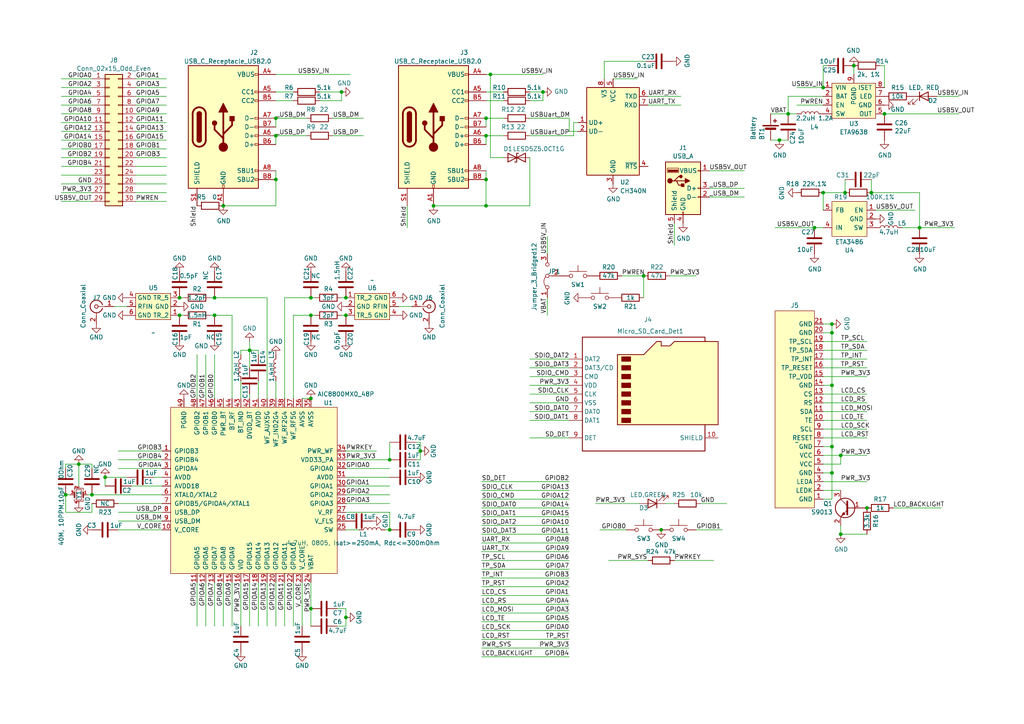
<source format=kicad_sch>
(kicad_sch (version 20230121) (generator eeschema)
  (paper "A4")
  (lib_symbols
    (symbol "Connector:Conn_Coaxial" (pin_names (offset 1.016) hide)
      (property "Reference" "J" (at 0.254 3.048 0))
      (property "Value" "Conn_Coaxial" (at 2.921 0 90))
      (symbol "Conn_Coaxial_1_1"
        (pin passive line (at -5.08 0 0) (length 2.54) (name "In") (number "1"))
        (pin passive line (at 0 -5.08 90) (length 2.54) (name "Ext") (number "2"))
      )
    )
    (symbol "Connector:Micro_SD_Card_Det1"
      (property "Reference" "J" (at -16.51 17.78 0))
      (property "Value" "Micro_SD_Card_Det1" (at 16.51 17.78 0))
      (symbol "Micro_SD_Card_Det1_1_1"
        (pin bidirectional line (at -22.86 10.16 0) (length 3.81) (name "DAT2") (number "1"))
        (pin passive line (at 20.32 -12.7 180) (length 3.81) (name "SHIELD") (number "10"))
        (pin bidirectional line (at -22.86 7.62 0) (length 3.81) (name "DAT3/CD") (number "2"))
        (pin input line (at -22.86 5.08 0) (length 3.81) (name "CMD") (number "3"))
        (pin power_in line (at -22.86 2.54 0) (length 3.81) (name "VDD") (number "4"))
        (pin input line (at -22.86 0 0) (length 3.81) (name "CLK") (number "5"))
        (pin power_in line (at -22.86 -2.54 0) (length 3.81) (name "VSS") (number "6"))
        (pin bidirectional line (at -22.86 -5.08 0) (length 3.81) (name "DAT0") (number "7"))
        (pin bidirectional line (at -22.86 -7.62 0) (length 3.81) (name "DAT1") (number "8"))
        (pin passive line (at -22.86 -12.7 0) (length 3.81) (name "DET") (number "9"))
      )
    )
    (symbol "Connector:USB_A" (pin_names (offset 1.016))
      (property "Reference" "J" (at -5.08 11.43 0))
      (property "Value" "USB_A" (at -5.08 8.89 0))
      (symbol "USB_A_1_1"
        (pin power_in line (at 7.62 5.08 180) (length 2.54) (name "VBUS") (number "1"))
        (pin bidirectional line (at 7.62 -2.54 180) (length 2.54) (name "D-") (number "2"))
        (pin bidirectional line (at 7.62 0 180) (length 2.54) (name "D+") (number "3"))
        (pin power_in line (at 0 -10.16 90) (length 2.54) (name "GND") (number "4"))
        (pin passive line (at -2.54 -10.16 90) (length 2.54) (name "Shield") (number "5"))
      )
    )
    (symbol "Connector:USB_C_Receptacle_USB2.0" (pin_names (offset 1.016))
      (property "Reference" "J" (at -10.16 19.05 0))
      (property "Value" "USB_C_Receptacle_USB2.0" (at 19.05 19.05 0))
      (symbol "USB_C_Receptacle_USB2.0_1_1"
        (pin passive line (at 0 -22.86 90) (length 5.08) (name "GND") (number "A1"))
        (pin passive line (at 0 -22.86 90) (length 5.08) hide (name "GND") (number "A12"))
        (pin passive line (at 15.24 15.24 180) (length 5.08) (name "VBUS") (number "A4"))
        (pin bidirectional line (at 15.24 10.16 180) (length 5.08) (name "CC1") (number "A5"))
        (pin bidirectional line (at 15.24 -2.54 180) (length 5.08) (name "D+") (number "A6"))
        (pin bidirectional line (at 15.24 2.54 180) (length 5.08) (name "D-") (number "A7"))
        (pin bidirectional line (at 15.24 -12.7 180) (length 5.08) (name "SBU1") (number "A8"))
        (pin passive line (at 15.24 15.24 180) (length 5.08) hide (name "VBUS") (number "A9"))
        (pin passive line (at 0 -22.86 90) (length 5.08) hide (name "GND") (number "B1"))
        (pin passive line (at 0 -22.86 90) (length 5.08) hide (name "GND") (number "B12"))
        (pin passive line (at 15.24 15.24 180) (length 5.08) hide (name "VBUS") (number "B4"))
        (pin bidirectional line (at 15.24 7.62 180) (length 5.08) (name "CC2") (number "B5"))
        (pin bidirectional line (at 15.24 -5.08 180) (length 5.08) (name "D+") (number "B6"))
        (pin bidirectional line (at 15.24 0 180) (length 5.08) (name "D-") (number "B7"))
        (pin bidirectional line (at 15.24 -15.24 180) (length 5.08) (name "SBU2") (number "B8"))
        (pin passive line (at 15.24 15.24 180) (length 5.08) hide (name "VBUS") (number "B9"))
        (pin passive line (at -7.62 -22.86 90) (length 5.08) (name "SHIELD") (number "S1"))
      )
    )
    (symbol "Connector_Generic:Conn_02x15_Odd_Even" (pin_names (offset 1.016) hide)
      (property "Reference" "J" (at 1.27 20.32 0))
      (property "Value" "Conn_02x15_Odd_Even" (at 1.27 -20.32 0))
      (symbol "Conn_02x15_Odd_Even_1_1"
        (pin passive line (at -5.08 17.78 0) (length 3.81) (name "Pin_1") (number "1"))
        (pin passive line (at 7.62 7.62 180) (length 3.81) (name "Pin_10") (number "10"))
        (pin passive line (at -5.08 5.08 0) (length 3.81) (name "Pin_11") (number "11"))
        (pin passive line (at 7.62 5.08 180) (length 3.81) (name "Pin_12") (number "12"))
        (pin passive line (at -5.08 2.54 0) (length 3.81) (name "Pin_13") (number "13"))
        (pin passive line (at 7.62 2.54 180) (length 3.81) (name "Pin_14") (number "14"))
        (pin passive line (at -5.08 0 0) (length 3.81) (name "Pin_15") (number "15"))
        (pin passive line (at 7.62 0 180) (length 3.81) (name "Pin_16") (number "16"))
        (pin passive line (at -5.08 -2.54 0) (length 3.81) (name "Pin_17") (number "17"))
        (pin passive line (at 7.62 -2.54 180) (length 3.81) (name "Pin_18") (number "18"))
        (pin passive line (at -5.08 -5.08 0) (length 3.81) (name "Pin_19") (number "19"))
        (pin passive line (at 7.62 17.78 180) (length 3.81) (name "Pin_2") (number "2"))
        (pin passive line (at 7.62 -5.08 180) (length 3.81) (name "Pin_20") (number "20"))
        (pin passive line (at -5.08 -7.62 0) (length 3.81) (name "Pin_21") (number "21"))
        (pin passive line (at 7.62 -7.62 180) (length 3.81) (name "Pin_22") (number "22"))
        (pin passive line (at -5.08 -10.16 0) (length 3.81) (name "Pin_23") (number "23"))
        (pin passive line (at 7.62 -10.16 180) (length 3.81) (name "Pin_24") (number "24"))
        (pin passive line (at -5.08 -12.7 0) (length 3.81) (name "Pin_25") (number "25"))
        (pin passive line (at 7.62 -12.7 180) (length 3.81) (name "Pin_26") (number "26"))
        (pin passive line (at -5.08 -15.24 0) (length 3.81) (name "Pin_27") (number "27"))
        (pin passive line (at 7.62 -15.24 180) (length 3.81) (name "Pin_28") (number "28"))
        (pin passive line (at -5.08 -17.78 0) (length 3.81) (name "Pin_29") (number "29"))
        (pin passive line (at -5.08 15.24 0) (length 3.81) (name "Pin_3") (number "3"))
        (pin passive line (at 7.62 -17.78 180) (length 3.81) (name "Pin_30") (number "30"))
        (pin passive line (at 7.62 15.24 180) (length 3.81) (name "Pin_4") (number "4"))
        (pin passive line (at -5.08 12.7 0) (length 3.81) (name "Pin_5") (number "5"))
        (pin passive line (at 7.62 12.7 180) (length 3.81) (name "Pin_6") (number "6"))
        (pin passive line (at -5.08 10.16 0) (length 3.81) (name "Pin_7") (number "7"))
        (pin passive line (at 7.62 10.16 180) (length 3.81) (name "Pin_8") (number "8"))
        (pin passive line (at -5.08 7.62 0) (length 3.81) (name "Pin_9") (number "9"))
      )
    )
    (symbol "Device:Battery_Cell" (pin_numbers hide) (pin_names (offset 0) hide)
      (property "Reference" "BT" (at 2.54 2.54 0))
      (property "Value" "Battery_Cell" (at 2.54 0 0))
      (symbol "Battery_Cell_1_1"
        (pin passive line (at 0 5.08 270) (length 2.54) (name "+") (number "1"))
        (pin passive line (at 0 -2.54 90) (length 2.54) (name "-") (number "2"))
      )
    )
    (symbol "Device:C" (pin_numbers hide) (pin_names (offset 0.254))
      (property "Reference" "C" (at 0.635 2.54 0))
      (property "Value" "C" (at 0.635 -2.54 0))
      (symbol "C_1_1"
        (pin passive line (at 0 3.81 270) (length 2.794) (name "~") (number "1"))
        (pin passive line (at 0 -3.81 90) (length 2.794) (name "~") (number "2"))
      )
    )
    (symbol "Device:Crystal_GND24_Small" (pin_names (offset 1.016) hide)
      (property "Reference" "Y" (at 1.27 4.445 0))
      (property "Value" "Crystal_GND24_Small" (at 1.27 2.54 0))
      (symbol "Crystal_GND24_Small_1_1"
        (pin passive line (at -2.54 0 0) (length 1.27) (name "1") (number "1"))
        (pin passive line (at 0 -2.54 90) (length 0.635) (name "2") (number "2"))
        (pin passive line (at 2.54 0 180) (length 1.27) (name "3") (number "3"))
        (pin passive line (at 0 2.54 270) (length 0.635) (name "4") (number "4"))
      )
    )
    (symbol "Device:D_TVS" (pin_numbers hide) (pin_names (offset 1.016) hide)
      (property "Reference" "D" (at 0 2.54 0))
      (property "Value" "D_TVS" (at 0 -2.54 0))
      (symbol "D_TVS_1_1"
        (pin passive line (at -3.81 0 0) (length 2.54) (name "A1") (number "1"))
        (pin passive line (at 3.81 0 180) (length 2.54) (name "A2") (number "2"))
      )
    )
    (symbol "Device:L" (pin_numbers hide) (pin_names (offset 1.016) hide)
      (property "Reference" "L" (at -1.27 0 90))
      (property "Value" "L" (at 1.905 0 90))
      (symbol "L_1_1"
        (pin passive line (at 0 3.81 270) (length 1.27) (name "1") (number "1"))
        (pin passive line (at 0 -3.81 90) (length 1.27) (name "2") (number "2"))
      )
    )
    (symbol "Device:LED" (pin_numbers hide) (pin_names (offset 1.016) hide)
      (property "Reference" "D" (at 0 2.54 0))
      (property "Value" "LED" (at 0 -2.54 0))
      (symbol "LED_1_1"
        (pin passive line (at -3.81 0 0) (length 2.54) (name "K") (number "1"))
        (pin passive line (at 3.81 0 180) (length 2.54) (name "A") (number "2"))
      )
    )
    (symbol "Device:Q_NPN_BEC" (pin_names (offset 0) hide)
      (property "Reference" "Q" (at 5.08 1.27 0))
      (property "Value" "Q_NPN_BEC" (at 5.08 -1.27 0))
      (symbol "Q_NPN_BEC_1_1"
        (pin input line (at -5.08 0 0) (length 5.715) (name "B") (number "1"))
        (pin passive line (at 2.54 -5.08 90) (length 2.54) (name "E") (number "2"))
        (pin passive line (at 2.54 5.08 270) (length 2.54) (name "C") (number "3"))
      )
    )
    (symbol "Device:R" (pin_numbers hide) (pin_names (offset 0))
      (property "Reference" "R" (at 2.032 0 90))
      (property "Value" "R" (at 0 0 90))
      (symbol "R_1_1"
        (pin passive line (at 0 3.81 270) (length 1.27) (name "~") (number "1"))
        (pin passive line (at 0 -3.81 90) (length 1.27) (name "~") (number "2"))
      )
    )
    (symbol "Jumper:Jumper_3_Bridged12" (pin_names (offset 0) hide)
      (property "Reference" "JP" (at -2.54 -2.54 0))
      (property "Value" "Jumper_3_Bridged12" (at 0 2.794 0))
      (symbol "Jumper_3_Bridged12_1_1"
        (pin passive line (at -6.35 0 0) (length 2.54) (name "A") (number "1"))
        (pin passive line (at 0 -3.81 90) (length 2.54) (name "C") (number "2"))
        (pin passive line (at 6.35 0 180) (length 2.54) (name "B") (number "3"))
      )
    )
    (symbol "Switch:SW_Push" (pin_numbers hide) (pin_names (offset 1.016) hide)
      (property "Reference" "SW" (at 1.27 2.54 0))
      (property "Value" "SW_Push" (at 0 -1.524 0))
      (symbol "SW_Push_0_1"
        (pin passive line (at -5.08 0 0) (length 2.54) (name "1") (number "1"))
        (pin passive line (at 5.08 0 180) (length 2.54) (name "2") (number "2"))
      )
    )
    (symbol "VSF:2.4G_5G_RF_Duplexer"
      (property "Reference" "U" (at 0 5.08 0))
      (symbol "2.4G_5G_RF_Duplexer_1_1"
        (pin bidirectional line (at -7.62 2.54 0) (length 2.54) (name "TR_2") (number "1"))
        (pin power_in line (at -7.62 0 0) (length 2.54) (name "GND") (number "2"))
        (pin bidirectional line (at -7.62 -2.54 0) (length 2.54) (name "TR_5") (number "3"))
        (pin power_in line (at 7.62 -2.54 180) (length 2.54) (name "GND") (number "4"))
        (pin bidirectional line (at 7.62 0 180) (length 2.54) (name "RFIN") (number "5"))
        (pin power_in line (at 7.62 2.54 180) (length 2.54) (name "GND") (number "6"))
      )
    )
    (symbol "VSF:AIC8800MX0_48P" (pin_names (offset 1.016))
      (property "Reference" "U" (at 19.05 26.67 0))
      (property "Value" "AIC8800MX0_48P" (at 25.4 -25.4 0))
      (symbol "AIC8800MX0_48P_1_1"
        (pin bidirectional line (at -26.67 11.43 0) (length 2.54) (name "GPIOB3") (number "1"))
        (pin power_in line (at -26.67 -11.43 0) (length 2.54) (name "V_CORE") (number "10"))
        (pin bidirectional line (at -16.51 -26.67 90) (length 2.54) (name "GPIOA5") (number "11"))
        (pin bidirectional line (at -13.97 -26.67 90) (length 2.54) (name "GPIOA6") (number "12"))
        (pin bidirectional line (at -11.43 -26.67 90) (length 2.54) (name "GPIOA7") (number "13"))
        (pin input line (at -8.89 -26.67 90) (length 2.54) (name "GPIOA8") (number "14"))
        (pin bidirectional line (at -6.35 -26.67 90) (length 2.54) (name "GPIOA9") (number "15"))
        (pin power_in line (at -3.81 -26.67 90) (length 2.54) (name "VIO") (number "16"))
        (pin bidirectional line (at -1.27 -26.67 90) (length 2.54) (name "GPIOA15") (number "17"))
        (pin bidirectional line (at 1.27 -26.67 90) (length 2.54) (name "GPIOA14") (number "18"))
        (pin bidirectional line (at 3.81 -26.67 90) (length 2.54) (name "GPIOA13") (number "19"))
        (pin bidirectional line (at -26.67 8.89 0) (length 2.54) (name "GPIOB4") (number "2"))
        (pin bidirectional line (at 6.35 -26.67 90) (length 2.54) (name "GPIOA12") (number "20"))
        (pin bidirectional line (at 8.89 -26.67 90) (length 2.54) (name "GPIOA11") (number "21"))
        (pin bidirectional line (at 11.43 -26.67 90) (length 2.54) (name "GPIOA10") (number "22"))
        (pin power_in line (at 13.97 -26.67 90) (length 2.54) (name "V_CORE") (number "23"))
        (pin power_in line (at 16.51 -26.67 90) (length 2.54) (name "VBAT") (number "24"))
        (pin power_out line (at 26.67 -11.43 180) (length 2.54) (name "SW") (number "25"))
        (pin power_out line (at 26.67 -8.89 180) (length 2.54) (name "V_FLS") (number "26"))
        (pin power_in line (at 26.67 -6.35 180) (length 2.54) (name "V_RF") (number "27"))
        (pin bidirectional line (at 26.67 -3.81 180) (length 2.54) (name "GPIOA3") (number "28"))
        (pin bidirectional line (at 26.67 -1.27 180) (length 2.54) (name "GPIOA2") (number "29"))
        (pin bidirectional line (at -26.67 6.35 0) (length 2.54) (name "GPIOA4") (number "3"))
        (pin bidirectional line (at 26.67 1.27 180) (length 2.54) (name "GPIOA1") (number "30"))
        (pin power_in line (at 26.67 3.81 180) (length 2.54) (name "AVDD") (number "31"))
        (pin bidirectional line (at 26.67 6.35 180) (length 2.54) (name "GPIOA0") (number "32"))
        (pin power_in line (at 26.67 8.89 180) (length 2.54) (name "VDD33_PA") (number "33"))
        (pin input line (at 26.67 11.43 180) (length 2.54) (name "PWR_WF") (number "34"))
        (pin power_in line (at 16.51 26.67 270) (length 2.54) (name "AVSS") (number "35"))
        (pin power_in line (at 13.97 26.67 270) (length 2.54) (name "AVSS") (number "36"))
        (pin bidirectional line (at 11.43 26.67 270) (length 2.54) (name "WF_RF5G") (number "37"))
        (pin bidirectional line (at 8.89 26.67 270) (length 2.54) (name "WF_RF2G4") (number "38"))
        (pin bidirectional line (at 6.35 26.67 270) (length 2.54) (name "WF_IND2G4") (number "39"))
        (pin power_in line (at -26.67 3.81 0) (length 2.54) (name "AVDD") (number "4"))
        (pin input line (at 3.81 26.67 270) (length 2.54) (name "WF_AUX5G") (number "40"))
        (pin power_in line (at 1.27 26.67 270) (length 2.54) (name "AVDD") (number "41"))
        (pin power_in line (at -1.27 26.67 270) (length 2.54) (name "DVDD_BT") (number "42"))
        (pin bidirectional line (at -3.81 26.67 270) (length 2.54) (name "BT_IND") (number "43"))
        (pin bidirectional line (at -6.35 26.67 270) (length 2.54) (name "BT_RF") (number "44"))
        (pin input line (at -8.89 26.67 270) (length 2.54) (name "PWR_BT") (number "45"))
        (pin bidirectional line (at -11.43 26.67 270) (length 2.54) (name "GPIOB0") (number "46"))
        (pin bidirectional line (at -13.97 26.67 270) (length 2.54) (name "GPIOB1") (number "47"))
        (pin bidirectional line (at -16.51 26.67 270) (length 2.54) (name "GPIOB2") (number "48"))
        (pin power_in line (at -20.32 26.67 270) (length 2.54) (name "PGND") (number "49"))
        (pin power_in line (at -26.67 1.27 0) (length 2.54) (name "AVDD18") (number "5"))
        (pin bidirectional line (at -26.67 -1.27 0) (length 2.54) (name "XTAL0/XTAL2") (number "6"))
        (pin bidirectional line (at -26.67 -3.81 0) (length 2.54) (name "GPIOB5/GPIOA4/XTAL1") (number "7"))
        (pin bidirectional line (at -26.67 -6.35 0) (length 2.54) (name "USB_DP") (number "8"))
        (pin bidirectional line (at -26.67 -8.89 0) (length 2.54) (name "USB_DM") (number "9"))
      )
    )
    (symbol "VSF:CH340N"
      (property "Reference" "U" (at -6.985 13.97 0))
      (property "Value" "CH340N" (at 5.08 13.97 0))
      (symbol "CH340N_1_1"
        (pin bidirectional line (at -10.16 2.54 0) (length 2.54) (name "UD+") (number "1"))
        (pin bidirectional line (at -10.16 0 0) (length 2.54) (name "UD-") (number "2"))
        (pin power_in line (at 0 -15.24 90) (length 2.54) (name "GND") (number "3"))
        (pin output line (at 10.16 -10.16 180) (length 2.54) (name "~{RTS}") (number "4"))
        (pin power_in line (at 0 15.24 270) (length 2.54) (name "VCC") (number "5"))
        (pin output line (at 10.16 10.16 180) (length 2.54) (name "TXD") (number "6"))
        (pin input line (at 10.16 7.62 180) (length 2.54) (name "RXD") (number "7"))
        (pin passive line (at -2.54 15.24 270) (length 2.54) (name "V3") (number "8"))
      )
    )
    (symbol "VSF:ETA3486" (pin_names (offset 1.016))
      (property "Reference" "U4" (at 0 10.16 0))
      (property "Value" "ETA3486" (at 0 7.62 0))
      (symbol "ETA3486_1_1"
        (pin input line (at -7.62 2.54 0) (length 2.54) (name "EN") (number "1"))
        (pin power_in line (at -7.62 0 0) (length 2.54) (name "GND") (number "2"))
        (pin power_out line (at -7.62 -2.54 0) (length 2.54) (name "SW") (number "3"))
        (pin power_in line (at 7.62 -2.54 180) (length 2.54) (name "IN") (number "4"))
        (pin input line (at 7.62 2.54 180) (length 2.54) (name "FB") (number "5"))
      )
    )
    (symbol "VSF:ETA9638" (pin_names (offset 1.016))
      (property "Reference" "U" (at -5.08 6.35 0))
      (property "Value" "ETA9638" (at 3.81 -6.35 0))
      (symbol "ETA9638_1_1"
        (pin power_in line (at -8.89 3.81 0) (length 2.54) (name "VIN") (number "1"))
        (pin bidirectional line (at -8.89 1.27 0) (length 2.54) (name "BAT") (number "2"))
        (pin bidirectional line (at -8.89 -1.27 0) (length 2.54) (name "EN") (number "3"))
        (pin bidirectional line (at -8.89 -3.81 0) (length 2.54) (name "SW") (number "4"))
        (pin bidirectional line (at 8.89 -3.81 180) (length 2.54) (name "OUT") (number "5"))
        (pin power_in line (at 8.89 -1.27 180) (length 2.54) (name "GND") (number "6"))
        (pin bidirectional line (at 8.89 1.27 180) (length 2.54) (name "LED") (number "7"))
        (pin bidirectional line (at 8.89 3.81 180) (length 2.54) (name "ISET") (number "8"))
        (pin power_in line (at 0 7.62 270) (length 2.54) (name "PGND") (number "9"))
      )
    )
    (symbol "VSF:HXR20062C21"
      (property "Reference" "J" (at -6.35 30.48 0))
      (symbol "HXR20062C21_1_1"
        (pin input line (at 2.54 -25.4 180) (length 2.54) (name "GND") (number "1"))
        (pin input line (at 2.54 -2.54 180) (length 2.54) (name "TE") (number "10"))
        (pin input line (at 2.54 0 180) (length 2.54) (name "SDA") (number "11"))
        (pin input line (at 2.54 2.54 180) (length 2.54) (name "RS") (number "12"))
        (pin input line (at 2.54 5.08 180) (length 2.54) (name "CS") (number "13"))
        (pin input line (at 2.54 7.62 180) (length 2.54) (name "GND") (number "14"))
        (pin input line (at 2.54 10.16 180) (length 2.54) (name "TP_VDD") (number "15"))
        (pin input line (at 2.54 12.7 180) (length 2.54) (name "TP_RESET") (number "16"))
        (pin input line (at 2.54 15.24 180) (length 2.54) (name "TP_INT") (number "17"))
        (pin input line (at 2.54 17.78 180) (length 2.54) (name "TP_SDA") (number "18"))
        (pin input line (at 2.54 20.32 180) (length 2.54) (name "TP_SCL") (number "19"))
        (pin input line (at 2.54 -22.86 180) (length 2.54) (name "LEDK") (number "2"))
        (pin input line (at 2.54 22.86 180) (length 2.54) (name "GND") (number "20"))
        (pin input line (at 2.54 25.4 180) (length 2.54) (name "GND") (number "21"))
        (pin input line (at 2.54 -20.32 180) (length 2.54) (name "LEDA") (number "3"))
        (pin input line (at 2.54 -17.78 180) (length 2.54) (name "GND") (number "4"))
        (pin input line (at 2.54 -15.24 180) (length 2.54) (name "VCC") (number "5"))
        (pin input line (at 2.54 -12.7 180) (length 2.54) (name "VCC") (number "6"))
        (pin input line (at 2.54 -10.16 180) (length 2.54) (name "GND") (number "7"))
        (pin input line (at 2.54 -7.62 180) (length 2.54) (name "RESET") (number "8"))
        (pin input line (at 2.54 -5.08 180) (length 2.54) (name "SCL") (number "9"))
      )
    )
    (symbol "power:GND" (power) (pin_names (offset 0))
      (property "Value" "GND" (at 0 -3.81 0))
      (symbol "GND_1_1"
        (pin power_in line (at 0 0 270) (length 0) hide (name "GND") (number "1"))
      )
    )
  )
  (junction (at 241.3 137.16))
  (junction (at 121.92 130.81))
  (junction (at 22.86 134.62))
  (junction (at 241.3 96.52))
  (junction (at 236.22 66.04))
  (junction (at 140.97 39.37))
  (junction (at 52.07 86.36))
  (junction (at 238.76 25.4))
  (junction (at 241.3 129.54))
  (junction (at 191.77 153.67))
  (junction (at 125.73 59.69))
  (junction (at 90.17 86.36))
  (junction (at 243.84 132.08))
  (junction (at 243.84 154.94))
  (junction (at 226.06 40.64))
  (junction (at 251.46 147.32))
  (junction (at 90.17 91.44))
  (junction (at 72.39 101.6))
  (junction (at 247.65 19.05))
  (junction (at 80.01 39.37))
  (junction (at 241.3 111.76))
  (junction (at 80.01 34.29))
  (junction (at 90.17 115.57))
  (junction (at 62.23 91.44))
  (junction (at 100.33 86.36))
  (junction (at 140.97 34.29))
  (junction (at 113.03 133.35))
  (junction (at 245.11 55.88))
  (junction (at 140.97 52.07))
  (junction (at 228.6 33.02))
  (junction (at 52.07 91.44))
  (junction (at 62.23 86.36))
  (junction (at 238.76 55.88))
  (junction (at 99.06 26.67))
  (junction (at 252.73 55.88))
  (junction (at 266.7 66.04))
  (junction (at 30.48 138.43))
  (junction (at 90.17 176.53))
  (junction (at 100.33 91.44))
  (junction (at 157.48 26.67))
  (junction (at 142.24 21.59))
  (junction (at 256.54 33.02))
  (junction (at 100.33 179.07))
  (junction (at 26.67 143.51))
  (junction (at 241.3 93.98))
  (junction (at 80.01 52.07))
  (junction (at 113.03 153.67))
  (junction (at 140.97 59.69))
  (junction (at 19.05 143.51))
  (junction (at 64.77 59.69))
  (junction (at 186.69 80.01))
  (wire (pts (xy 223.52 40.64) (xy 226.06 40.64)))
  (wire (pts (xy 238.76 25.4) (xy 238.76 19.05)))
  (wire (pts (xy 266.7 66.04) (xy 276.86 66.04)))
  (wire (pts (xy 252.73 52.07) (xy 252.73 55.88)))
  (wire (pts (xy 187.96 27.94) (xy 197.485 27.94)))
  (wire (pts (xy 39.37 48.26) (xy 48.26 48.26)))
  (wire (pts (xy 82.55 86.36) (xy 90.17 86.36)))
  (wire (pts (xy 139.7 144.78) (xy 165.1 144.78)))
  (wire (pts (xy 36.83 138.43) (xy 30.48 138.43)))
  (wire (pts (xy 17.78 33.02) (xy 26.67 33.02)))
  (wire (pts (xy 17.78 22.86) (xy 26.67 22.86)))
  (wire (pts (xy 238.76 99.06) (xy 251.46 99.06)))
  (wire (pts (xy 52.07 91.44) (xy 53.34 91.44)))
  (wire (pts (xy 223.52 33.02) (xy 228.6 33.02)))
  (wire (pts (xy 153.67 26.67) (xy 157.48 26.67)))
  (wire (pts (xy 153.67 119.38) (xy 165.1 119.38)))
  (wire (pts (xy 39.37 55.88) (xy 48.26 55.88)))
  (wire (pts (xy 60.96 91.44) (xy 62.23 91.44)))
  (wire (pts (xy 121.92 128.27) (xy 120.65 128.27)))
  (wire (pts (xy 17.78 58.42) (xy 26.67 58.42)))
  (wire (pts (xy 238.76 119.38) (xy 251.46 119.38)))
  (wire (pts (xy 238.76 101.6) (xy 251.46 101.6)))
  (wire (pts (xy 74.93 102.87) (xy 74.93 101.6)))
  (wire (pts (xy 69.85 102.87) (xy 69.85 101.6)))
  (wire (pts (xy 186.69 80.01) (xy 186.69 86.36)))
  (wire (pts (xy 85.09 26.67) (xy 80.01 26.67)))
  (wire (pts (xy 17.78 35.56) (xy 26.67 35.56)))
  (wire (pts (xy 64.77 59.69) (xy 80.01 59.69)))
  (wire (pts (xy 228.6 27.94) (xy 228.6 33.02)))
  (wire (pts (xy 80.01 39.37) (xy 88.9 39.37)))
  (wire (pts (xy 165.1 38.1) (xy 167.64 38.1)))
  (wire (pts (xy 139.7 185.42) (xy 165.1 185.42)))
  (wire (pts (xy 266.7 55.88) (xy 266.7 66.04)))
  (wire (pts (xy 153.67 114.3) (xy 165.1 114.3)))
  (wire (pts (xy 69.85 101.6) (xy 72.39 101.6)))
  (wire (pts (xy 139.7 175.26) (xy 165.1 175.26)))
  (wire (pts (xy 57.15 168.91) (xy 57.15 181.61)))
  (wire (pts (xy 177.8 22.86) (xy 184.785 22.86)))
  (wire (pts (xy 96.52 34.29) (xy 105.41 34.29)))
  (wire (pts (xy 238.76 19.05) (xy 240.03 19.05)))
  (wire (pts (xy 19.05 143.51) (xy 20.32 143.51)))
  (wire (pts (xy 80.01 168.91) (xy 80.01 181.61)))
  (wire (pts (xy 139.7 157.48) (xy 165.1 157.48)))
  (wire (pts (xy 140.97 34.29) (xy 140.97 36.83)))
  (wire (pts (xy 17.78 27.94) (xy 26.67 27.94)))
  (wire (pts (xy 121.92 130.81) (xy 121.92 128.27)))
  (wire (pts (xy 153.67 111.76) (xy 165.1 111.76)))
  (wire (pts (xy 17.78 40.64) (xy 26.67 40.64)))
  (wire (pts (xy 241.3 93.98) (xy 241.3 96.52)))
  (wire (pts (xy 99.06 29.21) (xy 99.06 26.67)))
  (wire (pts (xy 17.78 48.26) (xy 26.67 48.26)))
  (wire (pts (xy 153.67 39.37) (xy 166.37 39.37)))
  (wire (pts (xy 67.31 168.91) (xy 67.31 181.61)))
  (wire (pts (xy 139.7 177.8) (xy 165.1 177.8)))
  (wire (pts (xy 231.14 25.4) (xy 238.76 25.4)))
  (wire (pts (xy 100.33 91.44) (xy 99.06 91.44)))
  (wire (pts (xy 34.29 148.59) (xy 46.99 148.59)))
  (wire (pts (xy 72.39 114.3) (xy 72.39 115.57)))
  (wire (pts (xy 80.01 41.91) (xy 80.01 39.37)))
  (wire (pts (xy 80.01 110.49) (xy 80.01 115.57)))
  (wire (pts (xy 146.05 26.67) (xy 140.97 26.67)))
  (wire (pts (xy 251.46 154.94) (xy 243.84 154.94)))
  (wire (pts (xy 176.53 162.56) (xy 187.96 162.56)))
  (wire (pts (xy 271.78 27.94) (xy 278.13 27.94)))
  (wire (pts (xy 238.76 142.24) (xy 243.84 142.24)))
  (wire (pts (xy 228.6 33.02) (xy 231.14 33.02)))
  (wire (pts (xy 140.97 52.07) (xy 140.97 59.69)))
  (wire (pts (xy 238.76 104.14) (xy 251.46 104.14)))
  (wire (pts (xy 19.05 135.89) (xy 19.05 134.62)))
  (wire (pts (xy 62.23 168.91) (xy 62.23 181.61)))
  (wire (pts (xy 39.37 35.56) (xy 48.26 35.56)))
  (wire (pts (xy 153.67 45.72) (xy 153.67 59.69)))
  (wire (pts (xy 238.76 55.88) (xy 245.11 55.88)))
  (wire (pts (xy 140.97 49.53) (xy 140.97 52.07)))
  (wire (pts (xy 100.33 146.05) (xy 113.03 146.05)))
  (wire (pts (xy 22.86 134.62) (xy 22.86 140.97)))
  (wire (pts (xy 139.7 139.7) (xy 165.1 139.7)))
  (wire (pts (xy 17.78 45.72) (xy 26.67 45.72)))
  (wire (pts (xy 166.37 39.37) (xy 166.37 35.56)))
  (wire (pts (xy 153.67 116.84) (xy 165.1 116.84)))
  (wire (pts (xy 97.79 181.61) (xy 100.33 181.61)))
  (wire (pts (xy 194.31 80.01) (xy 201.93 80.01)))
  (wire (pts (xy 153.67 106.68) (xy 165.1 106.68)))
  (wire (pts (xy 238.76 132.08) (xy 243.84 132.08)))
  (wire (pts (xy 238.76 106.68) (xy 251.46 106.68)))
  (wire (pts (xy 85.09 91.44) (xy 90.17 91.44)))
  (wire (pts (xy 241.3 129.54) (xy 241.3 111.76)))
  (wire (pts (xy 99.06 86.36) (xy 100.33 86.36)))
  (wire (pts (xy 139.7 149.86) (xy 165.1 149.86)))
  (wire (pts (xy 17.78 25.4) (xy 26.67 25.4)))
  (wire (pts (xy 92.71 29.21) (xy 99.06 29.21)))
  (wire (pts (xy 139.7 167.64) (xy 165.1 167.64)))
  (wire (pts (xy 157.48 29.21) (xy 157.48 26.67)))
  (wire (pts (xy 82.55 115.57) (xy 82.55 86.36)))
  (wire (pts (xy 72.39 101.6) (xy 72.39 99.06)))
  (wire (pts (xy 100.33 179.07) (xy 100.33 176.53)))
  (wire (pts (xy 238.76 137.16) (xy 241.3 137.16)))
  (wire (pts (xy 34.29 135.89) (xy 46.99 135.89)))
  (wire (pts (xy 238.76 144.78) (xy 241.3 144.78)))
  (wire (pts (xy 231.14 30.48) (xy 238.76 30.48)))
  (wire (pts (xy 100.33 135.89) (xy 113.03 135.89)))
  (wire (pts (xy 87.63 168.91) (xy 87.63 181.61)))
  (wire (pts (xy 139.7 180.34) (xy 165.1 180.34)))
  (wire (pts (xy 172.72 146.05) (xy 185.42 146.05)))
  (wire (pts (xy 153.67 127) (xy 165.1 127)))
  (wire (pts (xy 142.24 21.59) (xy 157.48 21.59)))
  (wire (pts (xy 17.78 30.48) (xy 26.67 30.48)))
  (wire (pts (xy 25.4 143.51) (xy 26.67 143.51)))
  (wire (pts (xy 39.37 33.02) (xy 48.26 33.02)))
  (wire (pts (xy 205.74 49.53) (xy 215.9 49.53)))
  (wire (pts (xy 115.57 88.9) (xy 119.38 88.9)))
  (wire (pts (xy 19.05 148.59) (xy 26.67 148.59)))
  (wire (pts (xy 33.02 88.9) (xy 36.83 88.9)))
  (wire (pts (xy 64.77 168.91) (xy 64.77 181.61)))
  (wire (pts (xy 241.3 111.76) (xy 238.76 111.76)))
  (wire (pts (xy 139.7 172.72) (xy 165.1 172.72)))
  (wire (pts (xy 92.71 26.67) (xy 99.06 26.67)))
  (wire (pts (xy 158.75 86.36) (xy 158.75 91.44)))
  (wire (pts (xy 100.33 148.59) (xy 113.03 148.59)))
  (wire (pts (xy 80.01 34.29) (xy 88.9 34.29)))
  (wire (pts (xy 90.17 91.44) (xy 91.44 91.44)))
  (wire (pts (xy 38.1 140.97) (xy 46.99 140.97)))
  (wire (pts (xy 85.09 115.57) (xy 85.09 91.44)))
  (wire (pts (xy 256.54 25.4) (xy 256.54 19.05)))
  (wire (pts (xy 236.22 66.04) (xy 238.76 66.04)))
  (wire (pts (xy 17.78 43.18) (xy 26.67 43.18)))
  (wire (pts (xy 139.7 147.32) (xy 165.1 147.32)))
  (wire (pts (xy 39.37 27.94) (xy 48.26 27.94)))
  (wire (pts (xy 238.76 93.98) (xy 241.3 93.98)))
  (wire (pts (xy 52.07 86.36) (xy 53.34 86.36)))
  (wire (pts (xy 238.76 127) (xy 251.46 127)))
  (wire (pts (xy 175.26 17.78) (xy 175.26 22.86)))
  (wire (pts (xy 241.3 137.16) (xy 241.3 129.54)))
  (wire (pts (xy 153.67 59.69) (xy 140.97 59.69)))
  (wire (pts (xy 121.92 133.35) (xy 120.65 133.35)))
  (wire (pts (xy 241.3 111.76) (xy 241.3 96.52)))
  (wire (pts (xy 142.24 45.72) (xy 142.24 21.59)))
  (wire (pts (xy 113.03 148.59) (xy 113.03 153.67)))
  (wire (pts (xy 125.73 59.69) (xy 140.97 59.69)))
  (wire (pts (xy 195.58 162.56) (xy 207.01 162.56)))
  (wire (pts (xy 59.69 102.87) (xy 59.69 115.57)))
  (wire (pts (xy 226.06 40.64) (xy 228.6 40.64)))
  (wire (pts (xy 34.29 153.67) (xy 46.99 153.67)))
  (wire (pts (xy 85.09 29.21) (xy 80.01 29.21)))
  (wire (pts (xy 201.93 153.67) (xy 209.55 153.67)))
  (wire (pts (xy 77.47 86.36) (xy 62.23 86.36)))
  (wire (pts (xy 90.17 86.36) (xy 91.44 86.36)))
  (wire (pts (xy 241.3 96.52) (xy 238.76 96.52)))
  (wire (pts (xy 140.97 39.37) (xy 140.97 41.91)))
  (wire (pts (xy 39.37 58.42) (xy 48.26 58.42)))
  (wire (pts (xy 69.85 168.91) (xy 69.85 181.61)))
  (wire (pts (xy 80.01 36.83) (xy 80.01 34.29)))
  (wire (pts (xy 238.76 109.22) (xy 251.46 109.22)))
  (wire (pts (xy 158.75 68.58) (xy 158.75 73.66)))
  (wire (pts (xy 139.7 190.5) (xy 165.1 190.5)))
  (wire (pts (xy 82.55 168.91) (xy 82.55 181.61)))
  (wire (pts (xy 153.67 29.21) (xy 157.48 29.21)))
  (wire (pts (xy 238.76 114.3) (xy 251.46 114.3)))
  (wire (pts (xy 34.29 130.81) (xy 46.99 130.81)))
  (wire (pts (xy 139.7 165.1) (xy 165.1 165.1)))
  (wire (pts (xy 245.11 52.07) (xy 245.11 55.88)))
  (wire (pts (xy 247.65 19.05) (xy 247.65 21.59)))
  (wire (pts (xy 205.74 54.61) (xy 215.9 54.61)))
  (wire (pts (xy 60.96 86.36) (xy 62.23 86.36)))
  (wire (pts (xy 80.01 52.07) (xy 80.01 59.69)))
  (wire (pts (xy 30.48 138.43) (xy 30.48 140.97)))
  (wire (pts (xy 90.17 176.53) (xy 90.17 181.61)))
  (wire (pts (xy 17.78 55.88) (xy 26.67 55.88)))
  (wire (pts (xy 17.78 53.34) (xy 26.67 53.34)))
  (wire (pts (xy 39.37 45.72) (xy 48.26 45.72)))
  (wire (pts (xy 17.78 50.8) (xy 26.67 50.8)))
  (wire (pts (xy 85.09 168.91) (xy 85.09 181.61)))
  (wire (pts (xy 175.26 17.78) (xy 187.325 17.78)))
  (wire (pts (xy 139.7 160.02) (xy 165.1 160.02)))
  (wire (pts (xy 146.05 29.21) (xy 140.97 29.21)))
  (wire (pts (xy 153.67 121.92) (xy 165.1 121.92)))
  (wire (pts (xy 26.67 143.51) (xy 46.99 143.51)))
  (wire (pts (xy 87.63 115.57) (xy 90.17 115.57)))
  (wire (pts (xy 100.33 143.51) (xy 113.03 143.51)))
  (wire (pts (xy 113.03 128.27) (xy 113.03 133.35)))
  (wire (pts (xy 118.11 59.69) (xy 118.11 66.04)))
  (wire (pts (xy 224.79 66.04) (xy 236.22 66.04)))
  (wire (pts (xy 254 60.96) (xy 265.43 60.96)))
  (wire (pts (xy 238.76 134.62) (xy 243.84 134.62)))
  (wire (pts (xy 252.73 55.88) (xy 266.7 55.88)))
  (wire (pts (xy 62.23 102.87) (xy 62.23 115.57)))
  (wire (pts (xy 238.76 129.54) (xy 241.3 129.54)))
  (wire (pts (xy 203.2 146.05) (xy 210.82 146.05)))
  (wire (pts (xy 256.54 33.02) (xy 278.13 33.02)))
  (wire (pts (xy 165.1 34.29) (xy 165.1 38.1)))
  (wire (pts (xy 139.7 182.88) (xy 165.1 182.88)))
  (wire (pts (xy 90.17 168.91) (xy 90.17 176.53)))
  (wire (pts (xy 173.99 153.67) (xy 181.61 153.67)))
  (wire (pts (xy 39.37 53.34) (xy 48.26 53.34)))
  (wire (pts (xy 121.92 130.81) (xy 121.92 133.35)))
  (wire (pts (xy 238.76 27.94) (xy 228.6 27.94)))
  (wire (pts (xy 139.7 142.24) (xy 165.1 142.24)))
  (wire (pts (xy 241.3 144.78) (xy 241.3 137.16)))
  (wire (pts (xy 39.37 38.1) (xy 48.26 38.1)))
  (wire (pts (xy 74.93 101.6) (xy 72.39 101.6)))
  (wire (pts (xy 243.84 152.4) (xy 243.84 154.94)))
  (wire (pts (xy 111.76 153.67) (xy 113.03 153.67)))
  (wire (pts (xy 139.7 152.4) (xy 165.1 152.4)))
  (wire (pts (xy 59.69 168.91) (xy 59.69 181.61)))
  (wire (pts (xy 39.37 40.64) (xy 48.26 40.64)))
  (wire (pts (xy 100.33 138.43) (xy 113.03 138.43)))
  (wire (pts (xy 100.33 153.67) (xy 104.14 153.67)))
  (wire (pts (xy 39.37 43.18) (xy 48.26 43.18)))
  (wire (pts (xy 195.58 64.77) (xy 195.58 71.12)))
  (wire (pts (xy 19.05 143.51) (xy 19.05 148.59)))
  (wire (pts (xy 238.76 116.84) (xy 251.46 116.84)))
  (wire (pts (xy 139.7 154.94) (xy 165.1 154.94)))
  (wire (pts (xy 62.23 91.44) (xy 67.31 91.44)))
  (wire (pts (xy 39.37 50.8) (xy 48.26 50.8)))
  (wire (pts (xy 34.29 151.13) (xy 46.99 151.13)))
  (wire (pts (xy 259.08 147.32) (xy 273.05 147.32)))
  (wire (pts (xy 72.39 168.91) (xy 72.39 181.61)))
  (wire (pts (xy 100.33 130.81) (xy 109.22 130.81)))
  (wire (pts (xy 80.01 21.59) (xy 101.6 21.59)))
  (wire (pts (xy 100.33 140.97) (xy 113.03 140.97)))
  (wire (pts (xy 39.37 25.4) (xy 48.26 25.4)))
  (wire (pts (xy 139.7 162.56) (xy 165.1 162.56)))
  (wire (pts (xy 96.52 39.37) (xy 105.41 39.37)))
  (wire (pts (xy 153.67 104.14) (xy 165.1 104.14)))
  (wire (pts (xy 146.05 39.37) (xy 140.97 39.37)))
  (wire (pts (xy 72.39 101.6) (xy 72.39 106.68)))
  (wire (pts (xy 255.27 19.05) (xy 256.54 19.05)))
  (wire (pts (xy 34.29 146.05) (xy 46.99 146.05)))
  (wire (pts (xy 39.37 30.48) (xy 48.26 30.48)))
  (wire (pts (xy 26.67 135.89) (xy 26.67 134.62)))
  (wire (pts (xy 142.24 45.72) (xy 146.05 45.72)))
  (wire (pts (xy 243.84 132.08) (xy 243.84 134.62)))
  (wire (pts (xy 238.76 124.46) (xy 251.46 124.46)))
  (wire (pts (xy 187.96 30.48) (xy 197.485 30.48)))
  (wire (pts (xy 139.7 187.96) (xy 165.1 187.96)))
  (wire (pts (xy 238.76 139.7) (xy 251.46 139.7)))
  (wire (pts (xy 238.76 55.88) (xy 238.76 60.96)))
  (wire (pts (xy 139.7 170.18) (xy 165.1 170.18)))
  (wire (pts (xy 140.97 21.59) (xy 142.24 21.59)))
  (wire (pts (xy 77.47 115.57) (xy 77.47 86.36)))
  (wire (pts (xy 100.33 181.61) (xy 100.33 179.07)))
  (wire (pts (xy 34.29 133.35) (xy 46.99 133.35)))
  (wire (pts (xy 77.47 168.91) (xy 77.47 181.61)))
  (wire (pts (xy 97.79 176.53) (xy 100.33 176.53)))
  (wire (pts (xy 80.01 49.53) (xy 80.01 52.07)))
  (wire (pts (xy 153.67 34.29) (xy 165.1 34.29)))
  (wire (pts (xy 26.67 148.59) (xy 26.67 146.05)))
  (wire (pts (xy 74.93 168.91) (xy 74.93 181.61)))
  (wire (pts (xy 180.34 80.01) (xy 186.69 80.01)))
  (wire (pts (xy 166.37 35.56) (xy 167.64 35.56)))
  (wire (pts (xy 100.33 133.35) (xy 113.03 133.35)))
  (wire (pts (xy 69.85 110.49) (xy 69.85 115.57)))
  (wire (pts (xy 195.58 146.05) (xy 193.04 146.05)))
  (wire (pts (xy 57.15 102.87) (xy 57.15 115.57)))
  (wire (pts (xy 74.93 110.49) (xy 74.93 115.57)))
  (wire (pts (xy 67.31 115.57) (xy 67.31 91.44)))
  (wire (pts (xy 17.78 38.1) (xy 26.67 38.1)))
  (wire (pts (xy 44.45 138.43) (xy 46.99 138.43)))
  (wire (pts (xy 205.74 57.15) (xy 215.9 57.15)))
  (wire (pts (xy 243.84 132.08) (xy 251.46 132.08)))
  (wire (pts (xy 153.67 109.22) (xy 165.1 109.22)))
  (wire (pts (xy 26.67 134.62) (xy 22.86 134.62)))
  (wire (pts (xy 19.05 134.62) (xy 22.86 134.62)))
  (wire (pts (xy 140.97 34.29) (xy 146.05 34.29)))
  (wire (pts (xy 261.62 66.04) (xy 266.7 66.04)))
  (wire (pts (xy 238.76 121.92) (xy 251.46 121.92)))
  (wire (pts (xy 39.37 22.86) (xy 48.26 22.86)))
  (label "USB5V_IN" (at 151.13 21.59 0))
  (label "GND" (at 165.1 116.84 180))
  (label "USB_DP" (at 96.52 39.37 0))
  (label "_USB_DP" (at 205.74 54.61 0))
  (label "GPIOA3" (at 100.33 146.05 0))
  (label "GPIOB2" (at 26.67 45.72 180))
  (label "GPIOB4" (at 46.99 133.35 180))
  (label "USB5V_OUT" (at 254 60.96 0))
  (label "SDIO_DAT2" (at 165.1 104.14 180))
  (label "LCD_MOSI" (at 139.7 177.8 0))
  (label "PWREN" (at 39.37 58.42 0))
  (label "GPIOA2" (at 100.33 143.51 0))
  (label "GPIOA11" (at 82.55 168.91 270))
  (label "SDIO_CLK" (at 139.7 142.24 0))
  (label "SDIO_CLK" (at 165.1 114.3 180))
  (label "GPIOA1" (at 165.1 172.72 180))
  (label "GPIOA7" (at 39.37 30.48 0))
  (label "GPIOA3" (at 39.37 25.4 0))
  (label "GPIOA9" (at 165.1 160.02 180))
  (label "PWR_3V3" (at 243.84 132.08 0))
  (label "LCD_RST" (at 139.7 185.42 0))
  (label "TP_SCL" (at 139.7 162.56 0))
  (label "GPIOA11" (at 165.1 154.94 180))
  (label "UART_RX" (at 139.7 157.48 0))
  (label "PWR_3V3" (at 26.67 55.88 180))
  (label "USB5V_IN" (at 177.8 22.86 0))
  (label "PWR_3V3" (at 243.84 109.22 0))
  (label "GPIOB0" (at 62.23 115.57 90))
  (label "GPIOA8" (at 26.67 33.02 180))
  (label "LCD_SCK" (at 139.7 182.88 0))
  (label "PWR_SYS" (at 179.07 162.56 0))
  (label "GPIOA1" (at 39.37 22.86 0))
  (label "SDIO_DAT1" (at 165.1 121.92 180))
  (label "GPIOA14" (at 26.67 40.64 180))
  (label "VBAT" (at 223.52 33.02 0))
  (label "PWREN" (at 238.76 30.48 180))
  (label "GPIOA15" (at 165.1 149.86 180))
  (label "GPIOA9" (at 67.31 168.91 270))
  (label "GPIOB1" (at 59.69 115.57 90))
  (label "GND" (at 26.67 53.34 180))
  (label "PWR_SYS" (at 90.17 168.91 270))
  (label "GPIOA10" (at 26.67 35.56 180))
  (label "LCD_TE" (at 243.84 121.92 0))
  (label "GPIOA3" (at 165.1 177.8 180))
  (label "UART_TX" (at 187.96 30.48 0))
  (label "LCD_MOSI" (at 243.84 119.38 0))
  (label "GPIOB1" (at 201.93 153.67 0))
  (label "TP_INT" (at 139.7 167.64 0))
  (label "GPIOA2" (at 26.67 25.4 180))
  (label "USB5V_OUT" (at 271.78 33.02 0))
  (label "USB_DM" (at 46.99 151.13 180))
  (label "_USB_DP" (at 80.01 39.37 0))
  (label "PWR_SYS" (at 139.7 187.96 0))
  (label "Shield" (at 57.15 59.69 270))
  (label "USBUart_DM" (at 153.67 34.29 0))
  (label "SDIO_DAT1" (at 139.7 149.86 0))
  (label "GPIOA12" (at 80.01 168.91 270))
  (label "GPIOB4" (at 165.1 190.5 180))
  (label "GPIOA10" (at 85.09 168.91 270))
  (label "GPIOB1" (at 39.37 43.18 0))
  (label "UART_RX" (at 187.96 27.94 0))
  (label "GPIOA4" (at 165.1 175.26 180))
  (label "USB5V_OUT" (at 205.74 49.53 0))
  (label "SDIO_DAT2" (at 139.7 152.4 0))
  (label "PWR_3V3" (at 172.72 146.05 0))
  (label "USB5V_OUT" (at 26.67 58.42 180))
  (label "PWR_3V3" (at 100.33 133.35 0))
  (label "GPIOB2" (at 57.15 115.57 90))
  (label "V_CORE" (at 87.63 168.91 270))
  (label "SDIO_DAT3" (at 165.1 106.68 180))
  (label "LCD_BACKLIGHT" (at 139.7 190.5 0))
  (label "GPIOA11" (at 39.37 35.56 0))
  (label "PWR_3V3" (at 194.31 80.01 0))
  (label "GPIOA4" (at 26.67 27.94 180))
  (label "_USB_DM" (at 80.01 34.29 0))
  (label "GPIOA6" (at 26.67 30.48 180))
  (label "PWR_3V3" (at 69.85 168.91 270))
  (label "LCD_RS" (at 243.84 116.84 0))
  (label "GPIOA15" (at 39.37 40.64 0))
  (label "TP_SCL" (at 243.84 99.06 0))
  (label "Shield" (at 118.11 59.69 270))
  (label "GPIOA4" (at 46.99 135.89 180))
  (label "TP_SDA" (at 139.7 165.1 0))
  (label "SDIO_CMD" (at 139.7 144.78 0))
  (label "PWR_3V3" (at 165.1 187.96 180))
  (label "GPIOB0" (at 26.67 43.18 180))
  (label "USB5V_IN" (at 158.75 73.66 90))
  (label "GPIOA10" (at 165.1 152.4 180))
  (label "LCD_SCK" (at 243.84 124.46 0))
  (label "SD_DET" (at 139.7 139.7 0))
  (label "USB5V_IN" (at 238.76 25.4 180))
  (label "GPIOA13" (at 39.37 38.1 0))
  (label "GPIOA5" (at 165.1 180.34 180))
  (label "SD_DET" (at 165.1 127 180))
  (label "GPIOA8" (at 165.1 157.48 180))
  (label "GPIOB3" (at 165.1 167.64 180))
  (label "GPIOA7" (at 165.1 165.1 180))
  (label "GPIOA15" (at 72.39 168.91 270))
  (label "USB5V_IN" (at 271.78 27.94 0))
  (label "GPIOB3" (at 46.99 130.81 180))
  (label "GPIOA5" (at 39.37 27.94 0))
  (label "GPIOA12" (at 165.1 144.78 180))
  (label "GPIOA9" (at 39.37 33.02 0))
  (label "V_CORE" (at 46.99 153.67 180))
  (label "LCD_CS" (at 139.7 172.72 0))
  (label "SDIO_DAT0" (at 139.7 147.32 0))
  (label "TP_RST" (at 165.1 185.42 180))
  (label "SDIO_DAT0" (at 165.1 119.38 180))
  (label "PWRKEY" (at 195.58 162.56 0))
  (label "GPIOA1" (at 100.33 140.97 0))
  (label "GPIOA6" (at 165.1 162.56 180))
  (label "GPIOA7" (at 62.23 168.91 270))
  (label "GPIOA13" (at 165.1 142.24 180))
  (label "GPIOB2" (at 165.1 139.7 180))
  (label "GND" (at 203.2 146.05 0))
  (label "GPIOA6" (at 59.69 168.91 270))
  (label "TP_RST" (at 139.7 170.18 0))
  (label "PWR_3V3" (at 267.97 66.04 0))
  (label "GPIOA14" (at 165.1 147.32 180))
  (label "LCD_BACKLIGHT" (at 259.08 147.32 0))
  (label "TP_SDA" (at 243.84 101.6 0))
  (label "TP_RST" (at 243.84 106.68 0))
  (label "Shield" (at 195.58 64.77 270))
  (label "USBUart_DP" (at 153.67 39.37 0))
  (label "GPIOB4" (at 26.67 48.26 180))
  (label "USB5V_OUT" (at 236.22 66.04 180))
  (label "PWRKEY" (at 100.33 130.81 0))
  (label "GPIOA12" (at 26.67 38.1 180))
  (label "PWREN" (at 180.34 80.01 0))
  (label "USB_DP" (at 46.99 148.59 180))
  (label "VBAT" (at 158.75 86.36 270))
  (label "GPIOA0" (at 26.67 22.86 180))
  (label "SDIO_DAT3" (at 139.7 154.94 0))
  (label "GPIOA0" (at 100.33 135.89 0))
  (label "PWR_3V3" (at 243.84 139.7 0))
  (label "USB5V_IN" (at 86.36 21.59 0))
  (label "GPIOA2" (at 165.1 170.18 180))
  (label "_USB_DM" (at 205.74 57.15 0))
  (label "SDIO_CMD" (at 165.1 109.22 180))
  (label "LCD_CS" (at 243.84 114.3 0))
  (label "USB_DM" (at 96.52 34.29 0))
  (label "TP_INT" (at 243.84 104.14 0))
  (label "GPIOA14" (at 74.93 168.91 270))
  (label "GPIOB0" (at 181.61 153.67 180))
  (label "GPIOA8" (at 64.77 168.91 270))
  (label "GPIOA0" (at 165.1 182.88 180))
  (label "GPIOA13" (at 77.47 168.91 270))
  (label "UART_TX" (at 139.7 160.02 0))
  (label "GPIOA5" (at 57.15 168.91 270))
  (label "LCD_RST" (at 243.84 127 0))
  (label "LCD_RS" (at 139.7 175.26 0))
  (label "PWR_3V3" (at 165.1 111.76 180))
  (label "GPIOB3" (at 39.37 45.72 0))
  (label "LCD_TE" (at 139.7 180.34 0))
  (symbol (lib_id "Device:C") (at 100.33 82.55 0) (unit 1)
    (property "Reference" "C22" (at 101.6 81.28 90) (effects (justify left)))
    (property "Value" "1.5nH" (at 97.79 81.28 90) (effects (justify left)))
    (property "Footprint" "Capacitor_SMD:C_0402_1005Metric" (effects hide))
  )
  (symbol (lib_id "Connector:USB_A") (at 198.12 54.61 0) (unit 1)
    (property "Reference" "J1" (at 198.12 42.8457 0))
    (property "Value" "USB_A" (at 198.12 45.2699 0))
    (property "Footprint" "VSF:USB-A-8.5_DOWN3.4" (effects hide))
    (property "Datasheet" " ~" (effects hide))
  )
  (symbol (lib_id "Device:L") (at 69.85 106.68 180) (unit 1)
    (property "Reference" "L2" (at 68.58 102.87 90))
    (property "Value" "1.2nH" (at 68.58 107.95 90))
    (property "Footprint" "Inductor_SMD:L_0402_1005Metric" (effects hide))
  )
  (symbol (lib_id "Device:L") (at 80.01 106.68 180) (unit 1)
    (property "Reference" "L3" (at 78.74 102.87 90))
    (property "Value" "1.4nH" (at 78.74 107.95 90))
    (property "Footprint" "Inductor_SMD:L_0402_1005Metric" (effects hide))
  )
  (symbol (lib_id "Switch:SW_Push") (at 173.99 86.36 0) (unit 1)
    (property "Reference" "SW2" (at 173.99 88.9 0))
    (property "Value" "SW_Push" (effects hide))
    (property "Footprint" "VSF:JHA004" (effects hide))
  )
  (symbol (lib_id "Device:R") (at 88.9 26.67 270) (unit 1)
    (property "Reference" "R6" (at 83.82 25.4 90))
    (property "Value" "5.1k" (at 93.98 25.4 90))
    (property "Footprint" "Resistor_SMD:R_0402_1005Metric" (effects hide))
  )
  (symbol (lib_id "Device:C") (at 116.84 153.67 270) (unit 1)
    (property "Reference" "C9" (at 120.65 154.94 90) (effects (justify right)))
    (property "Value" "4.7uF" (at 120.65 149.86 90) (effects (justify right)))
    (property "Footprint" "Capacitor_SMD:C_0402_1005Metric" (effects hide))
  )
  (symbol (lib_id "power:GND") (at 80.01 102.87 180) (unit 1)
    (property "Reference" "#PWR018" (effects hide))
    (property "Value" "GND" (at 80.01 99.06 0))
  )
  (symbol (lib_id "VSF:ETA9638") (at 247.65 29.21 0) (unit 1)
    (property "Reference" "U3" (at 247.65 35.8831 0))
    (property "Value" "ETA9638" (at 247.65 38.3073 0))
    (property "Footprint" "Package_SO:HSOP-8-1EP_3.9x4.9mm_P1.27mm_EP2.41x3.1mm_ThermalVias" (effects hide))
  )
  (symbol (lib_id "power:GND") (at 241.3 93.98 90) (unit 1)
    (property "Reference" "#PWR051" (effects hide))
    (property "Value" "GND" (at 245.6942 93.853 0))
  )
  (symbol (lib_id "Device:R") (at 251.46 151.13 0) (unit 1)
    (property "Reference" "R16" (at 254 151.13 90))
    (property "Value" "3.3k" (at 251.46 151.13 90))
    (property "Footprint" "Resistor_SMD:R_0402_1005Metric" (effects hide))
  )
  (symbol (lib_id "Switch:SW_Push") (at 186.69 153.67 0) (unit 1)
    (property "Reference" "SW3" (at 186.69 156.21 0))
    (property "Value" "SW_Push" (effects hide))
    (property "Footprint" "VSF:JHA004" (effects hide))
  )
  (symbol (lib_id "Device:C") (at 191.135 17.78 90) (unit 1)
    (property "Reference" "C23" (at 187.96 16.51 90))
    (property "Value" "0.1uF" (at 187.325 19.05 90))
    (property "Footprint" "Capacitor_SMD:C_0402_1005Metric" (effects hide))
  )
  (symbol (lib_id "power:GND") (at 256.54 40.64 0) (unit 1)
    (property "Reference" "#PWR033" (effects hide))
    (property "Value" "GND" (at 256.667 45.0342 0))
  )
  (symbol (lib_id "power:GND") (at 100.33 78.74 180) (unit 1)
    (property "Reference" "#PWR022" (effects hide))
    (property "Value" "GND" (at 100.33 74.93 0))
  )
  (symbol (lib_id "power:GND") (at 247.65 19.05 180) (unit 1)
    (property "Reference" "#PWR031" (effects hide))
    (property "Value" "GND" (at 247.523 14.6558 0))
  )
  (symbol (lib_id "VSF:ETA3486") (at 246.38 63.5 0) (mirror y) (unit 1)
    (property "Reference" "U4" (at 246.38 72.5973 0))
    (property "Value" "ETA3486" (at 246.38 70.1731 0))
    (property "Footprint" "Package_TO_SOT_SMD:SOT-23-5" (effects hide))
  )
  (symbol (lib_id "power:GND") (at 177.8 53.34 0) (unit 1)
    (property "Reference" "#PWR028" (effects hide))
    (property "Value" "GND" (at 177.927 57.7342 0))
  )
  (symbol (lib_id "Device:C") (at 90.17 82.55 0) (unit 1)
    (property "Reference" "C21" (at 88.9 81.28 90) (effects (justify left)))
    (property "Value" "NC" (at 90.17 80.01 0) (effects (justify left)))
    (property "Footprint" "Capacitor_SMD:C_0402_1005Metric" (effects hide))
  )
  (symbol (lib_id "Connector:Conn_Coaxial") (at 27.94 88.9 0) (mirror y) (unit 1)
    (property "Reference" "J7" (at 29.21 86.36 0) (effects (justify left)))
    (property "Value" "Conn_Coaxial" (at 24.13 95.25 90) (effects (justify left)))
    (property "Footprint" "Connector_Coaxial:U.FL_Molex_MCRF_73412-0110_Vertical" (effects hide))
    (property "Datasheet" " ~" (effects hide))
  )
  (symbol (lib_id "Device:C") (at 40.64 138.43 270) (unit 1)
    (property "Reference" "C1" (at 44.45 139.7 90) (effects (justify right)))
    (property "Value" "1uF" (at 45.72 137.16 90) (effects (justify right)))
    (property "Footprint" "Capacitor_SMD:C_0402_1005Metric" (effects hide))
  )
  (symbol (lib_id "Device:R") (at 199.39 146.05 270) (unit 1)
    (property "Reference" "R25" (at 196.85 143.51 90))
    (property "Value" "10k" (at 201.93 143.51 90))
    (property "Footprint" "Resistor_SMD:R_0402_1005Metric" (effects hide))
  )
  (symbol (lib_id "Device:R") (at 95.25 86.36 270) (unit 1)
    (property "Reference" "R4" (at 95.25 83.82 90))
    (property "Value" "3pF" (at 95.25 86.36 90))
    (property "Footprint" "Resistor_SMD:R_0402_1005Metric" (effects hide))
  )
  (symbol (lib_id "power:GND") (at 256.54 30.48 90) (unit 1)
    (property "Reference" "#PWR032" (effects hide))
    (property "Value" "GND" (at 260.35 31.75 90))
  )
  (symbol (lib_id "power:GND") (at 120.65 153.67 90) (unit 1)
    (property "Reference" "#PWR09" (effects hide))
    (property "Value" "GND" (at 124.46 153.67 0))
  )
  (symbol (lib_id "power:GND") (at 69.85 189.23 0) (unit 1)
    (property "Reference" "#PWR05" (effects hide))
    (property "Value" "GND" (at 69.85 193.04 0))
  )
  (symbol (lib_id "Connector:Conn_Coaxial") (at 124.46 88.9 0) (unit 1)
    (property "Reference" "J6" (at 123.19 86.36 0) (effects (justify left)))
    (property "Value" "Conn_Coaxial" (at 128.27 95.25 90) (effects (justify left)))
    (property "Footprint" "Connector_Coaxial:U.FL_Molex_MCRF_73412-0110_Vertical" (effects hide))
    (property "Datasheet" " ~" (effects hide))
  )
  (symbol (lib_id "Device:R") (at 88.9 29.21 270) (unit 1)
    (property "Reference" "R7" (at 83.82 27.94 90))
    (property "Value" "5.1k" (at 93.98 27.94 90))
    (property "Footprint" "Resistor_SMD:R_0402_1005Metric" (effects hide))
  )
  (symbol (lib_id "Device:C") (at 52.07 82.55 0) (unit 1)
    (property "Reference" "C18" (at 50.8 81.28 90) (effects (justify left)))
    (property "Value" "0.5pF" (at 52.07 80.01 0) (effects (justify left)))
    (property "Footprint" "Capacitor_SMD:C_0402_1005Metric" (effects hide))
  )
  (symbol (lib_id "Device:C") (at 104.14 151.13 90) (unit 1)
    (property "Reference" "C8" (at 100.33 149.86 90) (effects (justify right)))
    (property "Value" "1uF" (at 105.41 149.86 90) (effects (justify right)))
    (property "Footprint" "Capacitor_SMD:C_0402_1005Metric" (effects hide))
  )
  (symbol (lib_id "Device:Q_NPN_BEC") (at 246.38 147.32 0) (mirror y) (unit 1)
    (property "Reference" "Q1" (at 241.5286 146.1079 0) (effects (justify left)))
    (property "Value" "S9013" (at 241.5286 148.5321 0) (effects (justify left)))
    (property "Footprint" "Package_TO_SOT_SMD:SOT-23" (effects hide))
  )
  (symbol (lib_id "Device:Battery_Cell") (at 223.52 38.1 0) (unit 1)
    (property "Reference" "BT1" (at 220.98 40.64 90) (effects (justify left)))
    (property "Value" "Battery" (at 218.44 40.64 90) (effects (justify left)))
    (property "Footprint" "Connector_PinHeader_2.54mm:PinHeader_1x02_P2.54mm_Vertical" (effects hide))
  )
  (symbol (lib_id "Connector:Micro_SD_Card_Det1") (at 187.96 114.3 0) (unit 1)
    (property "Reference" "J4" (at 187.96 92.71 0))
    (property "Value" "Micro_SD_Card_Det1" (at 188.595 96.0699 0))
    (property "Footprint" "VSF:MicroSD_Tiny" (effects hide))
    (property "Datasheet" "https://datasheet.lcsc.com/lcsc/2110151630_XKB-Connectivity-XKTF-015-N_C381082.pdf" (effects hide))
  )
  (symbol (lib_id "power:GND") (at 53.34 115.57 180) (unit 1)
    (property "Reference" "#PWR013" (effects hide))
    (property "Value" "GND" (at 53.34 111.76 0))
  )
  (symbol (lib_id "Device:R") (at 191.77 162.56 270) (unit 1)
    (property "Reference" "R24" (at 189.23 160.02 90))
    (property "Value" "47k" (at 194.31 160.02 90))
    (property "Footprint" "Resistor_SMD:R_0402_1005Metric" (effects hide))
  )
  (symbol (lib_id "Device:R") (at 182.88 86.36 270) (unit 1)
    (property "Reference" "R21" (at 182.88 88.9 90))
    (property "Value" "1k" (at 182.88 86.36 90))
    (property "Footprint" "Resistor_SMD:R_0402_1005Metric" (effects hide))
  )
  (symbol (lib_id "power:GND") (at 62.23 99.06 0) (unit 1)
    (property "Reference" "#PWR017" (effects hide))
    (property "Value" "GND" (at 58.42 100.33 0))
  )
  (symbol (lib_id "Device:R") (at 260.35 27.94 270) (unit 1)
    (property "Reference" "R15" (at 260.35 25.4 90))
    (property "Value" "10k" (at 260.35 27.94 90))
    (property "Footprint" "Resistor_SMD:R_0402_1005Metric" (effects hide))
  )
  (symbol (lib_id "power:GND") (at 52.07 99.06 0) (unit 1)
    (property "Reference" "#PWR016" (effects hide))
    (property "Value" "GND" (at 52.07 102.87 0))
  )
  (symbol (lib_id "Device:C") (at 93.98 181.61 90) (unit 1)
    (property "Reference" "C6" (at 96.52 180.34 90) (effects (justify right)))
    (property "Value" "4.7uF" (at 95.25 182.88 90) (effects (justify right)))
    (property "Footprint" "Capacitor_SMD:C_0402_1005Metric" (effects hide))
  )
  (symbol (lib_id "power:GND") (at 99.06 26.67 90) (unit 1)
    (property "Reference" "#PWR025" (effects hide))
    (property "Value" "GND" (at 97.79 24.13 90) (effects (justify right)))
  )
  (symbol (lib_id "Device:C") (at 100.33 95.25 0) (unit 1)
    (property "Reference" "C20" (at 101.6 100.33 90) (effects (justify left)))
    (property "Value" "0.5pF" (at 97.79 101.6 90) (effects (justify left)))
    (property "Footprint" "Capacitor_SMD:C_0402_1005Metric" (effects hide))
  )
  (symbol (lib_id "power:GND") (at 52.07 78.74 180) (unit 1)
    (property "Reference" "#PWR015" (effects hide))
    (property "Value" "GND" (at 52.07 74.93 0))
  )
  (symbol (lib_id "power:GND") (at 115.57 91.44 90) (unit 1)
    (property "Reference" "#PWR047" (effects hide))
    (property "Value" "GND" (at 120.65 91.44 90))
  )
  (symbol (lib_id "Device:C") (at 236.22 69.85 0) (unit 1)
    (property "Reference" "C27" (at 232.41 67.31 0) (effects (justify left)))
    (property "Value" "10uF" (at 231.14 72.39 0) (effects (justify left)))
    (property "Footprint" "Capacitor_SMD:C_0805_2012Metric" (effects hide))
  )
  (symbol (lib_id "Device:C") (at 116.84 128.27 90) (unit 1)
    (property "Reference" "C12" (at 118.11 129.54 90) (effects (justify right)))
    (property "Value" "4.7uF" (at 118.11 127 90) (effects (justify right)))
    (property "Footprint" "Capacitor_SMD:C_0402_1005Metric" (effects hide))
  )
  (symbol (lib_id "power:GND") (at 115.57 86.36 90) (unit 1)
    (property "Reference" "#PWR046" (effects hide))
    (property "Value" "GND" (at 120.65 86.36 90))
  )
  (symbol (lib_id "Device:C") (at 72.39 110.49 0) (unit 1)
    (property "Reference" "C13" (at 71.12 111.76 90) (effects (justify right)))
    (property "Value" "1uF" (at 71.12 105.41 90) (effects (justify right)))
    (property "Footprint" "Capacitor_SMD:C_0402_1005Metric" (effects hide))
  )
  (symbol (lib_id "Device:R") (at 149.86 34.29 270) (unit 1)
    (property "Reference" "R12" (at 147.32 31.75 90))
    (property "Value" "22" (at 151.13 31.75 90))
    (property "Footprint" "Resistor_SMD:R_0402_1005Metric" (effects hide))
  )
  (symbol (lib_id "power:GND") (at 107.95 151.13 90) (unit 1)
    (property "Reference" "#PWR08" (effects hide))
    (property "Value" "GND" (at 111.76 151.13 0))
  )
  (symbol (lib_id "VSF:HXR20062C21") (at 236.22 119.38 0) (unit 1)
    (property "Reference" "J5" (at 230.505 88.5769 0))
    (property "Value" "~" (at 231.14 128.27 0))
    (property "Footprint" "Connector_FFC-FPC:Molex_502250-2191_2Rows-21Pins-1MP_P0.60mm_Horizontal" (effects hide))
  )
  (symbol (lib_id "Device:C") (at 87.63 185.42 0) (unit 1)
    (property "Reference" "C5" (at 86.36 187.96 90) (effects (justify right)))
    (property "Value" "1uF" (at 86.36 180.34 90) (effects (justify right)))
    (property "Footprint" "Capacitor_SMD:C_0402_1005Metric" (effects hide))
  )
  (symbol (lib_id "power:GND") (at 27.94 93.98 0) (unit 1)
    (property "Reference" "#PWR049" (effects hide))
    (property "Value" "GND" (at 27.94 97.79 0))
  )
  (symbol (lib_id "power:GND") (at 62.23 78.74 180) (unit 1)
    (property "Reference" "#PWR014" (effects hide))
    (property "Value" "GND" (at 62.23 74.93 0))
  )
  (symbol (lib_id "Device:C") (at 52.07 95.25 0) (unit 1)
    (property "Reference" "C16" (at 50.8 100.33 90) (effects (justify left)))
    (property "Value" "1pF" (at 52.07 97.79 0) (effects (justify left)))
    (property "Footprint" "Capacitor_SMD:C_0402_1005Metric" (effects hide))
  )
  (symbol (lib_id "Device:R") (at 95.25 91.44 270) (unit 1)
    (property "Reference" "R3" (at 95.25 93.98 90))
    (property "Value" "2pF" (at 95.25 91.44 90))
    (property "Footprint" "Resistor_SMD:R_0402_1005Metric" (effects hide))
  )
  (symbol (lib_id "Device:C") (at 62.23 95.25 0) (unit 1)
    (property "Reference" "C15" (at 63.5 100.33 90) (effects (justify left)))
    (property "Value" "NC" (at 59.69 97.79 0) (effects (justify left)))
    (property "Footprint" "Capacitor_SMD:C_0402_1005Metric" (effects hide))
  )
  (symbol (lib_id "power:GND") (at 90.17 99.06 0) (unit 1)
    (property "Reference" "#PWR019" (effects hide))
    (property "Value" "GND" (at 90.17 102.87 0))
  )
  (symbol (lib_id "power:GND") (at 125.73 59.69 0) (unit 1)
    (property "Reference" "#PWR026" (effects hide))
    (property "Value" "GND" (at 125.857 64.0842 0))
  )
  (symbol (lib_id "VSF:2.4G_5G_RF_Duplexer") (at 107.95 88.9 0) (unit 1)
    (property "Reference" "U6" (at 107.95 83.4969 0))
    (property "Value" "~" (at 107.95 81.28 0))
    (property "Footprint" "VSF:Filter_SLFD18-5R950G-07T" (effects hide))
  )
  (symbol (lib_id "Device:R") (at 149.86 26.67 270) (unit 1)
    (property "Reference" "R10" (at 144.78 25.4 90))
    (property "Value" "5.1k" (at 154.94 25.4 90))
    (property "Footprint" "Resistor_SMD:R_0402_1005Metric" (effects hide))
  )
  (symbol (lib_id "Device:R") (at 30.48 146.05 270) (unit 1)
    (property "Reference" "R23" (at 30.48 148.59 90))
    (property "Value" "NC" (at 30.48 146.05 90))
    (property "Footprint" "Resistor_SMD:R_0402_1005Metric" (effects hide))
  )
  (symbol (lib_id "Device:C") (at 266.7 69.85 0) (unit 1)
    (property "Reference" "C28" (at 262.89 72.39 0) (effects (justify left)))
    (property "Value" "10uF" (at 266.7 72.39 0) (effects (justify left)))
    (property "Footprint" "Capacitor_SMD:C_0805_2012Metric" (effects hide))
  )
  (symbol (lib_id "power:GND") (at 64.77 59.69 0) (unit 1)
    (property "Reference" "#PWR024" (effects hide))
    (property "Value" "GND" (at 64.897 64.0842 0))
  )
  (symbol (lib_id "Device:LED") (at 189.23 146.05 180) (unit 1)
    (property "Reference" "D3" (at 186.69 147.32 0))
    (property "Value" "LED,GREEN" (at 187.96 143.51 0))
    (property "Footprint" "LED_SMD:LED_0603_1608Metric" (effects hide))
  )
  (symbol (lib_id "Device:R") (at 234.95 55.88 90) (unit 1)
    (property "Reference" "R18" (at 229.87 53.34 90))
    (property "Value" "22K,1%" (at 236.22 53.34 90))
    (property "Footprint" "Resistor_SMD:R_0402_1005Metric" (effects hide))
  )
  (symbol (lib_id "power:GND") (at 236.22 73.66 0) (unit 1)
    (property "Reference" "#PWR035" (effects hide))
    (property "Value" "GND" (at 236.347 78.0542 0))
  )
  (symbol (lib_id "power:GND") (at 90.17 115.57 180) (unit 1)
    (property "Reference" "#PWR012" (effects hide))
    (property "Value" "GND" (at 90.17 111.76 0))
  )
  (symbol (lib_id "VSF:2.4G_5G_RF_Duplexer") (at 44.45 88.9 180) (unit 1)
    (property "Reference" "U5" (at 44.45 83.4969 0))
    (property "Value" "~" (at 44.45 96.52 0))
    (property "Footprint" "VSF:Filter_SLFD18-5R950G-07T" (effects hide))
  )
  (symbol (lib_id "Device:C") (at 90.17 95.25 0) (unit 1)
    (property "Reference" "C19" (at 88.9 100.33 90) (effects (justify left)))
    (property "Value" "NC" (at 90.17 97.79 0) (effects (justify left)))
    (property "Footprint" "Capacitor_SMD:C_0402_1005Metric" (effects hide))
  )
  (symbol (lib_id "Device:L") (at 257.81 66.04 90) (unit 1)
    (property "Reference" "L5" (at 261.62 64.77 90))
    (property "Value" "4.7uH" (at 257.81 67.31 90))
    (property "Footprint" "Inductor_SMD:L_1210_3225Metric" (effects hide))
  )
  (symbol (lib_id "power:GND") (at 100.33 179.07 90) (unit 1)
    (property "Reference" "#PWR07" (effects hide))
    (property "Value" "GND" (at 104.14 179.07 0))
  )
  (symbol (lib_id "power:GND") (at 100.33 99.06 0) (unit 1)
    (property "Reference" "#PWR020" (effects hide))
    (property "Value" "GND" (at 100.33 102.87 0))
  )
  (symbol (lib_id "Device:C") (at 116.84 138.43 90) (unit 1)
    (property "Reference" "C10" (at 118.11 139.7 90) (effects (justify right)))
    (property "Value" "1uF" (at 118.11 137.16 90) (effects (justify right)))
    (property "Footprint" "Capacitor_SMD:C_0402_1005Metric" (effects hide))
  )
  (symbol (lib_id "power:GND") (at 36.83 86.36 270) (unit 1)
    (property "Reference" "#PWR043" (effects hide))
    (property "Value" "GND" (at 31.75 86.36 90))
  )
  (symbol (lib_id "Device:R") (at 60.96 59.69 270) (unit 1)
    (property "Reference" "R5" (at 58.42 57.15 90))
    (property "Value" "0" (at 62.23 57.15 90))
    (property "Footprint" "Resistor_SMD:R_0402_1005Metric" (effects hide))
  )
  (symbol (lib_id "Connector_Generic:Conn_02x15_Odd_Even") (at 31.75 40.64 0) (unit 1)
    (property "Reference" "J8" (at 33.02 17.4457 0))
    (property "Value" "Conn_02x15_Odd_Even" (at 33.02 19.8699 0))
    (property "Footprint" "Connector_PinHeader_2.54mm:PinHeader_2x15_P2.54mm_Horizontal" (effects hide))
  )
  (symbol (lib_id "Device:C") (at 26.67 139.7 0) (unit 1)
    (property "Reference" "C29" (at 25.4 134.62 90) (effects (justify right)))
    (property "Value" "NC" (at 27.94 134.62 90) (effects (justify right)))
    (property "Footprint" "Capacitor_SMD:C_0402_1005Metric" (effects hide))
  )
  (symbol (lib_id "power:GND") (at 26.67 153.67 270) (unit 1)
    (property "Reference" "#PWR03" (effects hide))
    (property "Value" "GND" (at 22.86 153.67 0))
  )
  (symbol (lib_id "power:GND") (at 243.84 154.94 0) (unit 1)
    (property "Reference" "#PWR034" (effects hide))
    (property "Value" "GND" (at 243.967 159.3342 0))
  )
  (symbol (lib_id "power:GND") (at 266.7 73.66 0) (unit 1)
    (property "Reference" "#PWR038" (effects hide))
    (property "Value" "GND" (at 266.827 78.0542 0))
  )
  (symbol (lib_id "Device:C") (at 248.92 52.07 90) (unit 1)
    (property "Reference" "C31" (at 246.38 50.8 90) (effects (justify left)))
    (property "Value" "22pF" (at 255.27 50.8 90) (effects (justify left)))
    (property "Footprint" "Capacitor_SMD:C_0402_1005Metric" (effects hide))
  )
  (symbol (lib_id "power:GND") (at 36.83 91.44 270) (unit 1)
    (property "Reference" "#PWR044" (effects hide))
    (property "Value" "GND" (at 31.75 91.44 90))
  )
  (symbol (lib_id "power:GND") (at 30.48 138.43 180) (unit 1)
    (property "Reference" "#PWR01" (effects hide))
    (property "Value" "GND" (at 30.48 134.62 0))
  )
  (symbol (lib_id "Device:C") (at 19.05 139.7 0) (unit 1)
    (property "Reference" "C30" (at 20.32 134.62 90) (effects (justify right)))
    (property "Value" "0Ohm" (at 17.78 133.35 90) (effects (justify right)))
    (property "Footprint" "Capacitor_SMD:C_0402_1005Metric" (effects hide))
  )
  (symbol (lib_id "Device:LED") (at 267.97 27.94 0) (unit 1)
    (property "Reference" "D2" (at 270.51 29.21 0))
    (property "Value" "LED, RED" (at 267.97 25.4 0))
    (property "Footprint" "LED_SMD:LED_0402_1005Metric" (effects hide))
  )
  (symbol (lib_id "Device:R") (at 57.15 91.44 270) (unit 1)
    (property "Reference" "R1" (at 57.15 93.98 90))
    (property "Value" "1.5nH" (at 57.15 91.44 90))
    (property "Footprint" "Resistor_SMD:R_0402_1005Metric" (effects hide))
  )
  (symbol (lib_id "power:GND") (at 87.63 189.23 0) (unit 1)
    (property "Reference" "#PWR06" (effects hide))
    (property "Value" "GND" (at 87.63 193.04 0))
  )
  (symbol (lib_id "Device:C") (at 74.93 106.68 0) (unit 1)
    (property "Reference" "C14" (at 76.2 101.6 90) (effects (justify right)))
    (property "Value" "1uF" (at 73.66 101.6 90) (effects (justify right)))
    (property "Footprint" "Capacitor_SMD:C_0402_1005Metric" (effects hide))
  )
  (symbol (lib_id "Jumper:Jumper_3_Bridged12") (at 158.75 80.01 90) (unit 1)
    (property "Reference" "JP1" (at 162.56 78.74 90) (effects (justify left)))
    (property "Value" "Jumper_3_Bridged12" (at 154.94 90.17 0) (effects (justify left)))
    (property "Footprint" "Jumper:SolderJumper-3_P1.3mm_Bridged12_RoundedPad1.0x1.5mm_NumberLabels" (effects hide))
  )
  (symbol (lib_id "Device:R") (at 149.86 29.21 270) (unit 1)
    (property "Reference" "R11" (at 144.78 27.94 90))
    (property "Value" "5.1k" (at 154.94 27.94 90))
    (property "Footprint" "Resistor_SMD:R_0402_1005Metric" (effects hide))
  )
  (symbol (lib_id "Device:L") (at 107.95 153.67 90) (unit 1)
    (property "Reference" "L1" (at 105.41 154.94 90))
    (property "Value" "4.7uH, 0805, Isat>=250mA, Rdc<=300mOhm" (at 105.41 157.48 90))
    (property "Footprint" "Inductor_SMD:L_0805_2012Metric" (effects hide))
  )
  (symbol (lib_id "Device:C") (at 116.84 133.35 90) (unit 1)
    (property "Reference" "C11" (at 118.11 134.62 90) (effects (justify right)))
    (property "Value" "1uF" (at 118.11 132.08 90) (effects (justify right)))
    (property "Footprint" "Capacitor_SMD:C_0402_1005Metric" (effects hide))
  )
  (symbol (lib_id "Device:C") (at 69.85 185.42 0) (unit 1)
    (property "Reference" "C4" (at 68.58 187.96 90) (effects (justify right)))
    (property "Value" "1uF" (at 68.58 180.34 90) (effects (justify right)))
    (property "Footprint" "Capacitor_SMD:C_0402_1005Metric" (effects hide))
  )
  (symbol (lib_id "power:GND") (at 226.06 40.64 0) (unit 1)
    (property "Reference" "#PWR030" (effects hide))
    (property "Value" "GND" (at 226.187 45.0342 0))
  )
  (symbol (lib_id "power:GND") (at 168.91 86.36 270) (unit 1)
    (property "Reference" "#PWR039" (effects hide))
    (property "Value" "GND" (at 164.5158 86.487 0))
  )
  (symbol (lib_id "Device:R") (at 57.15 86.36 270) (unit 1)
    (property "Reference" "R2" (at 57.15 83.82 90))
    (property "Value" "1.2pF" (at 57.15 86.36 90))
    (property "Footprint" "Resistor_SMD:R_0402_1005Metric" (effects hide))
  )
  (symbol (lib_id "power:GND") (at 22.86 146.05 0) (unit 1)
    (property "Reference" "#PWR040" (effects hide))
    (property "Value" "GND" (at 25.4 146.05 90))
  )
  (symbol (lib_id "power:GND") (at 100.33 88.9 270) (unit 1)
    (property "Reference" "#PWR045" (effects hide))
    (property "Value" "GND" (at 95.25 88.9 90))
  )
  (symbol (lib_id "Device:C") (at 93.98 176.53 90) (unit 1)
    (property "Reference" "C7" (at 96.52 177.8 90) (effects (justify right)))
    (property "Value" "1uF" (at 96.52 175.26 90) (effects (justify right)))
    (property "Footprint" "Capacitor_SMD:C_0402_1005Metric" (effects hide))
  )
  (symbol (lib_id "power:GND") (at 194.945 17.78 90) (unit 1)
    (property "Reference" "#PWR029" (effects hide))
    (property "Value" "GND" (at 199.3392 17.653 0))
  )
  (symbol (lib_id "Connector:USB_C_Receptacle_USB2.0") (at 64.77 36.83 0) (unit 1)
    (property "Reference" "J2" (at 73.66 15.24 0))
    (property "Value" "USB_C_Receptacle_USB2.0" (at 66.04 17.78 0))
    (property "Footprint" "VSF:USB_C_Receptacle_Palconn_UTC16-G_DOWN1.6" (effects hide))
    (property "Datasheet" "https://www.usb.org/sites/default/files/documents/usb_type-c.zip" (effects hide))
  )
  (symbol (lib_id "Device:Crystal_GND24_Small") (at 22.86 143.51 180) (unit 1)
    (property "Reference" "Y1" (at 22.86 142.24 90) (effects (justify left)))
    (property "Value" "40M, 10PPM,10pF" (at 17.78 140.97 90) (effects (justify left)))
    (property "Footprint" "Oscillator:Oscillator_SMD_Abracon_ASE-4Pin_3.2x2.5mm" (effects hide))
  )
  (symbol (lib_id "Device:R") (at 251.46 19.05 90) (unit 1)
    (property "Reference" "R14" (at 257.81 17.78 90) (effects (justify left)))
    (property "Value" "2k, 1%" (at 255.27 21.59 90) (effects (justify left)))
    (property "Footprint" "Resistor_SMD:R_0402_1005Metric" (effects hide))
  )
  (symbol (lib_id "Device:L") (at 234.95 33.02 90) (unit 1)
    (property "Reference" "L4" (at 236.22 36.83 90))
    (property "Value" "2.2uH 1.2A" (at 236.22 34.29 90))
    (property "Footprint" "Inductor_SMD:L_1210_3225Metric" (effects hide))
  )
  (symbol (lib_id "power:GND") (at 120.65 138.43 90) (unit 1)
    (property "Reference" "#PWR010" (effects hide))
    (property "Value" "GND" (at 124.46 138.43 0))
  )
  (symbol (lib_id "VSF:AIC8800MX0_48P") (at 73.66 142.24 0) (unit 1)
    (property "Reference" "U1" (at 95.25 116.84 0))
    (property "Value" "AIC8800MX0_48P" (at 100.33 114.3 0))
    (property "Footprint" "VSF:QFN-48.10.14.10.14-1EP_5x5mm_P0.35mm_EP3.7x3.7mm_ThermalVias" (effects hide))
  )
  (symbol (lib_id "Device:D_TVS") (at 149.86 45.72 180) (unit 1)
    (property "Reference" "D1" (at 147.32 43.18 0))
    (property "Value" "LESD5Z5.0CT1G" (at 156.21 43.18 0))
    (property "Footprint" "Diode_SMD:D_SOD-523" (effects hide))
  )
  (symbol (lib_id "Device:C") (at 30.48 153.67 270) (unit 1)
    (property "Reference" "C3" (at 27.94 152.4 90) (effects (justify right)))
    (property "Value" "1uF" (at 35.56 152.4 90) (effects (justify right)))
    (property "Footprint" "Capacitor_SMD:C_0402_1005Metric" (effects hide))
  )
  (symbol (lib_id "Device:C") (at 62.23 82.55 0) (unit 1)
    (property "Reference" "C17" (at 63.5 81.28 90) (effects (justify left)))
    (property "Value" "NC" (at 59.69 81.28 90) (effects (justify left)))
    (property "Footprint" "Capacitor_SMD:C_0402_1005Metric" (effects hide))
  )
  (symbol (lib_id "Connector:USB_C_Receptacle_USB2.0") (at 125.73 36.83 0) (unit 1)
    (property "Reference" "J3" (at 134.62 15.24 0))
    (property "Value" "USB_C_Receptacle_USB2.0" (at 127 17.78 0))
    (property "Footprint" "VSF:USB_C_Receptacle_Palconn_UTC16-G_DOWN1.6" (effects hide))
    (property "Datasheet" "https://www.usb.org/sites/default/files/documents/usb_type-c.zip" (effects hide))
  )
  (symbol (lib_id "Device:C") (at 34.29 140.97 270) (unit 1)
    (property "Reference" "C2" (at 38.1 142.24 90) (effects (justify right)))
    (property "Value" "1uF" (at 39.37 139.7 90) (effects (justify right)))
    (property "Footprint" "Capacitor_SMD:C_0402_1005Metric" (effects hide))
  )
  (symbol (lib_id "Device:R") (at 255.27 147.32 270) (unit 1)
    (property "Reference" "R17" (at 255.27 144.78 90))
    (property "Value" "1k" (at 255.27 147.32 90))
    (property "Footprint" "Resistor_SMD:R_0402_1005Metric" (effects hide))
  )
  (symbol (lib_id "VSF:CH340N") (at 177.8 38.1 0) (unit 1)
    (property "Reference" "U2" (at 179.8194 52.8304 0) (effects (justify left)))
    (property "Value" "CH340N" (at 179.8194 55.3673 0) (effects (justify left)))
    (property "Footprint" "Package_SO:SOP-8_3.9x4.9mm_P1.27mm" (effects hide))
  )
  (symbol (lib_id "power:GND") (at 198.12 64.77 0) (unit 1)
    (property "Reference" "#PWR023" (effects hide))
    (property "Value" "GND" (at 198.247 69.1642 0))
  )
  (symbol (lib_id "Device:R") (at 248.92 55.88 90) (unit 1)
    (property "Reference" "R19" (at 243.84 57.15 90))
    (property "Value" "100K,1%" (at 255.27 57.15 90))
    (property "Footprint" "Resistor_SMD:R_0402_1005Metric" (effects hide))
  )
  (symbol (lib_id "Device:C") (at 228.6 36.83 0) (unit 1)
    (property "Reference" "C24" (at 229.87 41.91 90) (effects (justify left)))
    (property "Value" "10uF" (at 232.41 41.91 90) (effects (justify left)))
    (property "Footprint" "Capacitor_SMD:C_1206_3216Metric" (effects hide))
  )
  (symbol (lib_id "Device:R") (at 190.5 80.01 270) (unit 1)
    (property "Reference" "R22" (at 190.5 77.47 90))
    (property "Value" "47k" (at 190.5 80.01 90))
    (property "Footprint" "Resistor_SMD:R_0402_1005Metric" (effects hide))
  )
  (symbol (lib_id "Device:R") (at 149.86 39.37 270) (unit 1)
    (property "Reference" "R13" (at 147.32 36.83 90))
    (property "Value" "22" (at 151.13 36.83 90))
    (property "Footprint" "Resistor_SMD:R_0402_1005Metric" (effects hide))
  )
  (symbol (lib_id "power:GND") (at 124.46 93.98 0) (unit 1)
    (property "Reference" "#PWR048" (effects hide))
    (property "Value" "GND" (at 124.46 97.79 0))
  )
  (symbol (lib_id "Device:C") (at 243.84 19.05 90) (unit 1)
    (property "Reference" "C25" (at 242.57 20.32 90) (effects (justify left)))
    (property "Value" "10uF" (at 242.57 17.78 90) (effects (justify left)))
    (property "Footprint" "Capacitor_SMD:C_1206_3216Metric" (effects hide))
  )
  (symbol (lib_id "power:GND") (at 90.17 78.74 180) (unit 1)
    (property "Reference" "#PWR021" (effects hide))
    (property "Value" "GND" (at 90.17 74.93 0))
  )
  (symbol (lib_id "Device:R") (at 176.53 80.01 270) (unit 1)
    (property "Reference" "R20" (at 176.53 77.47 90))
    (property "Value" "47k" (at 176.53 80.01 90))
    (property "Footprint" "Resistor_SMD:R_0402_1005Metric" (effects hide))
  )
  (symbol (lib_id "power:GND") (at 191.77 153.67 0) (unit 1)
    (property "Reference" "#PWR041" (effects hide))
    (property "Value" "GND" (at 191.897 158.0642 0))
  )
  (symbol (lib_id "power:GND") (at 52.07 88.9 90) (unit 1)
    (property "Reference" "#PWR042" (effects hide))
    (property "Value" "GND" (at 57.15 88.9 90))
  )
  (symbol (lib_id "Device:C") (at 256.54 36.83 0) (unit 1)
    (property "Reference" "C26" (at 259.461 35.6616 0) (effects (justify left)))
    (property "Value" "22uF" (at 259.461 37.973 0) (effects (justify left)))
    (property "Footprint" "Capacitor_SMD:C_1206_3216Metric" (effects hide))
  )
  (symbol (lib_id "power:GND") (at 22.86 134.62 180) (unit 1)
    (property "Reference" "#PWR04" (effects hide))
    (property "Value" "GND" (at 22.86 130.81 0))
  )
  (symbol (lib_id "Device:R") (at 92.71 34.29 270) (unit 1)
    (property "Reference" "R8" (at 90.17 31.75 90))
    (property "Value" "22" (at 93.98 31.75 90))
    (property "Footprint" "Resistor_SMD:R_0402_1005Metric" (effects hide))
  )
  (symbol (lib_id "power:GND") (at 231.14 55.88 270) (unit 1)
    (property "Reference" "#PWR036" (effects hide))
    (property "Value" "GND" (at 226.7458 56.007 0))
  )
  (symbol (lib_id "Switch:SW_Push") (at 196.85 153.67 0) (unit 1)
    (property "Reference" "SW4" (at 196.85 156.21 0))
    (property "Value" "SW_Push" (effects hide))
    (property "Footprint" "VSF:JHA004" (effects hide))
  )
  (symbol (lib_id "power:GND") (at 157.48 26.67 90) (unit 1)
    (property "Reference" "#PWR027" (effects hide))
    (property "Value" "GND" (at 160.7312 26.543 90) (effects (justify right)))
  )
  (symbol (lib_id "power:GND") (at 72.39 99.06 180) (unit 1)
    (property "Reference" "#PWR02" (effects hide))
    (property "Value" "GND" (at 72.39 95.25 0))
  )
  (symbol (lib_id "Switch:SW_Push") (at 167.64 80.01 0) (unit 1)
    (property "Reference" "SW1" (at 167.64 82.55 0))
    (property "Value" "SW_Push" (effects hide))
    (property "Footprint" "VSF:JHA004" (effects hide))
  )
  (symbol (lib_id "power:GND") (at 121.92 130.81 90) (unit 1)
    (property "Reference" "#PWR011" (effects hide))
    (property "Value" "GND" (at 125.73 130.81 0))
  )
  (symbol (lib_id "Device:R") (at 92.71 39.37 270) (unit 1)
    (property "Reference" "R9" (at 90.17 36.83 90))
    (property "Value" "22" (at 93.98 36.83 90))
    (property "Footprint" "Resistor_SMD:R_0402_1005Metric" (effects hide))
  )
  (symbol (lib_id "power:GND") (at 254 63.5 90) (unit 1)
    (property "Reference" "#PWR037" (effects hide))
    (property "Value" "GND" (at 258.3942 63.373 0))
  )
)
</source>
